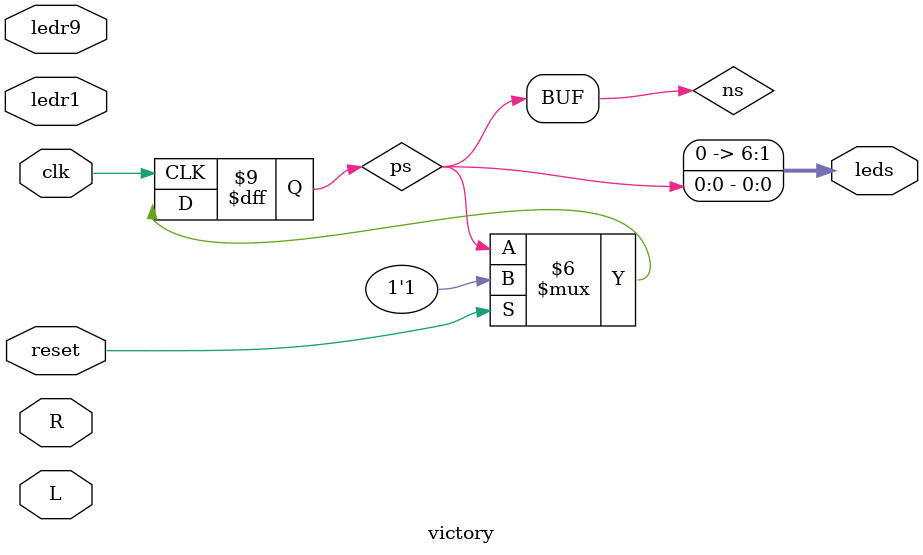
<source format=sv>
module victory (
  input clk, reset,
  input ledr1, ledr9, L, R,
  output logic [6:0] leds
  );

  enum logic {p1win = 7'b1111001, p2win = 7'b0100100, off = 7'b1111111} ps, ns;

  always_comb begin
    case (ps)
        off: if (ledr9 & L)      ns = p2win;
             else if (ledr1 & R) ns = p1win;
             else                ns = off;
        p2win:                   ns = p2win;
        p1win:                   ns = p1win;
        default:                 ns = ps;
    endcase
  end
  
  assign leds = ps;

  always_ff @(posedge clk)
        if (reset)
            ps <= off;
        else 
            ps <= ns;


endmodule  // victory
</source>
